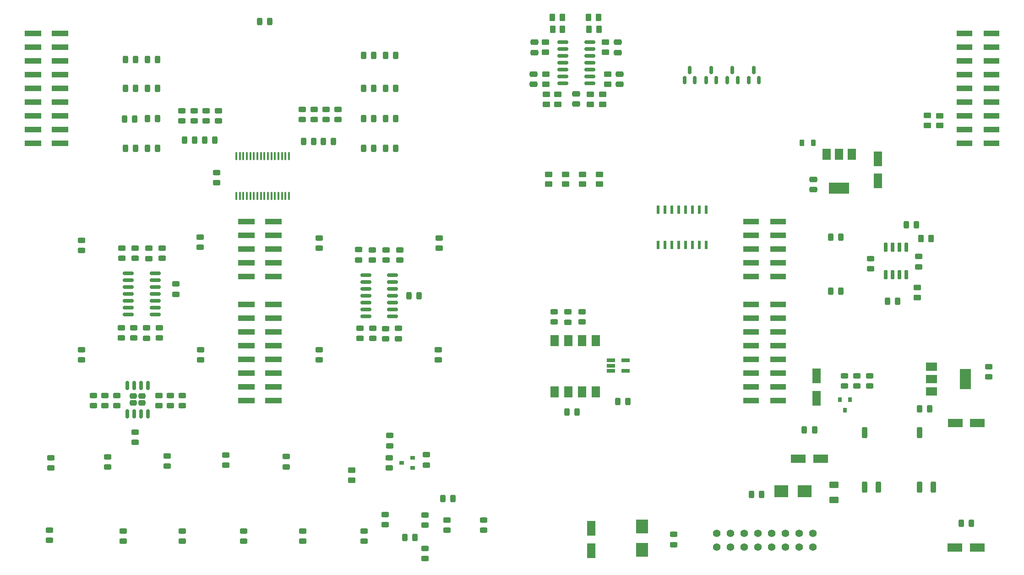
<source format=gtp>
G04 #@! TF.GenerationSoftware,KiCad,Pcbnew,(6.0.10)*
G04 #@! TF.CreationDate,2023-01-30T20:43:58+00:00*
G04 #@! TF.ProjectId,fjol-daisy,666a6f6c-2d64-4616-9973-792e6b696361,rev?*
G04 #@! TF.SameCoordinates,Original*
G04 #@! TF.FileFunction,Paste,Top*
G04 #@! TF.FilePolarity,Positive*
%FSLAX46Y46*%
G04 Gerber Fmt 4.6, Leading zero omitted, Abs format (unit mm)*
G04 Created by KiCad (PCBNEW (6.0.10)) date 2023-01-30 20:43:58*
%MOMM*%
%LPD*%
G01*
G04 APERTURE LIST*
G04 Aperture macros list*
%AMRoundRect*
0 Rectangle with rounded corners*
0 $1 Rounding radius*
0 $2 $3 $4 $5 $6 $7 $8 $9 X,Y pos of 4 corners*
0 Add a 4 corners polygon primitive as box body*
4,1,4,$2,$3,$4,$5,$6,$7,$8,$9,$2,$3,0*
0 Add four circle primitives for the rounded corners*
1,1,$1+$1,$2,$3*
1,1,$1+$1,$4,$5*
1,1,$1+$1,$6,$7*
1,1,$1+$1,$8,$9*
0 Add four rect primitives between the rounded corners*
20,1,$1+$1,$2,$3,$4,$5,0*
20,1,$1+$1,$4,$5,$6,$7,0*
20,1,$1+$1,$6,$7,$8,$9,0*
20,1,$1+$1,$8,$9,$2,$3,0*%
G04 Aperture macros list end*
%ADD10RoundRect,0.250000X0.625000X-0.375000X0.625000X0.375000X-0.625000X0.375000X-0.625000X-0.375000X0*%
%ADD11RoundRect,0.243750X0.243750X0.456250X-0.243750X0.456250X-0.243750X-0.456250X0.243750X-0.456250X0*%
%ADD12RoundRect,0.150000X0.150000X-0.725000X0.150000X0.725000X-0.150000X0.725000X-0.150000X-0.725000X0*%
%ADD13RoundRect,0.137500X0.137500X-0.662500X0.137500X0.662500X-0.137500X0.662500X-0.137500X-0.662500X0*%
%ADD14RoundRect,0.150000X0.825000X0.150000X-0.825000X0.150000X-0.825000X-0.150000X0.825000X-0.150000X0*%
%ADD15RoundRect,0.243750X-0.456250X0.243750X-0.456250X-0.243750X0.456250X-0.243750X0.456250X0.243750X0*%
%ADD16RoundRect,0.250000X1.137500X0.550000X-1.137500X0.550000X-1.137500X-0.550000X1.137500X-0.550000X0*%
%ADD17RoundRect,0.243750X0.456250X-0.243750X0.456250X0.243750X-0.456250X0.243750X-0.456250X-0.243750X0*%
%ADD18RoundRect,0.250000X0.550000X-1.137500X0.550000X1.137500X-0.550000X1.137500X-0.550000X-1.137500X0*%
%ADD19RoundRect,0.243750X-0.243750X-0.456250X0.243750X-0.456250X0.243750X0.456250X-0.243750X0.456250X0*%
%ADD20RoundRect,0.250000X-0.550000X1.137500X-0.550000X-1.137500X0.550000X-1.137500X0.550000X1.137500X0*%
%ADD21R,2.500000X2.300000*%
%ADD22R,2.300000X2.500000*%
%ADD23R,1.560000X0.650000*%
%ADD24R,3.150000X1.000000*%
%ADD25R,3.000000X1.000000*%
%ADD26R,0.900000X0.800000*%
%ADD27R,1.500000X2.000000*%
%ADD28R,3.800000X2.000000*%
%ADD29R,2.000000X1.500000*%
%ADD30R,2.000000X3.800000*%
%ADD31R,1.600000X2.000000*%
%ADD32R,0.800000X0.900000*%
%ADD33RoundRect,0.250000X-1.137500X-0.550000X1.137500X-0.550000X1.137500X0.550000X-1.137500X0.550000X0*%
%ADD34RoundRect,0.100000X0.100000X-0.637500X0.100000X0.637500X-0.100000X0.637500X-0.100000X-0.637500X0*%
%ADD35RoundRect,0.250000X-0.395000X0.255000X-0.395000X-0.255000X0.395000X-0.255000X0.395000X0.255000X0*%
%ADD36RoundRect,0.150000X-0.150000X0.662500X-0.150000X-0.662500X0.150000X-0.662500X0.150000X0.662500X0*%
%ADD37RoundRect,0.250000X0.450000X-0.262500X0.450000X0.262500X-0.450000X0.262500X-0.450000X-0.262500X0*%
%ADD38RoundRect,0.150000X0.150000X-0.587500X0.150000X0.587500X-0.150000X0.587500X-0.150000X-0.587500X0*%
%ADD39RoundRect,0.250000X-0.450000X0.262500X-0.450000X-0.262500X0.450000X-0.262500X0.450000X0.262500X0*%
%ADD40RoundRect,0.250000X-0.262500X-0.450000X0.262500X-0.450000X0.262500X0.450000X-0.262500X0.450000X0*%
%ADD41RoundRect,0.250000X0.475000X-0.250000X0.475000X0.250000X-0.475000X0.250000X-0.475000X-0.250000X0*%
%ADD42RoundRect,0.250000X0.250000X-0.800000X0.250000X0.800000X-0.250000X0.800000X-0.250000X-0.800000X0*%
%ADD43RoundRect,0.218750X0.218750X0.381250X-0.218750X0.381250X-0.218750X-0.381250X0.218750X-0.381250X0*%
%ADD44RoundRect,0.250000X-0.475000X0.250000X-0.475000X-0.250000X0.475000X-0.250000X0.475000X0.250000X0*%
%ADD45RoundRect,0.150000X-0.825000X-0.150000X0.825000X-0.150000X0.825000X0.150000X-0.825000X0.150000X0*%
%ADD46RoundRect,0.250000X0.262500X0.450000X-0.262500X0.450000X-0.262500X-0.450000X0.262500X-0.450000X0*%
%ADD47C,1.422400*%
G04 APERTURE END LIST*
D10*
X243370100Y-146088100D03*
X243370100Y-143288100D03*
D11*
X261061200Y-129235200D03*
X259186200Y-129235200D03*
D12*
X252984000Y-104429000D03*
X254254000Y-104429000D03*
X255524000Y-104429000D03*
X256794000Y-104429000D03*
X256794000Y-99279000D03*
X255524000Y-99279000D03*
X254254000Y-99279000D03*
X252984000Y-99279000D03*
D13*
X210905000Y-98875000D03*
X212175000Y-98875000D03*
X213445000Y-98875000D03*
X214715000Y-98875000D03*
X215985000Y-98875000D03*
X217255000Y-98875000D03*
X218525000Y-98875000D03*
X219795000Y-98875000D03*
X219795000Y-92375000D03*
X218525000Y-92375000D03*
X217255000Y-92375000D03*
X215985000Y-92375000D03*
X214715000Y-92375000D03*
X213445000Y-92375000D03*
X212175000Y-92375000D03*
X210905000Y-92375000D03*
D14*
X161776838Y-112111780D03*
X161776838Y-110841780D03*
X161776838Y-109571780D03*
X161776838Y-108301780D03*
X161776838Y-107031780D03*
X161776838Y-105761780D03*
X161776838Y-104491780D03*
X156826838Y-104491780D03*
X156826838Y-105761780D03*
X156826838Y-107031780D03*
X156826838Y-108301780D03*
X156826838Y-109571780D03*
X156826838Y-110841780D03*
X156826838Y-112111780D03*
D15*
X272034000Y-121388900D03*
X272034000Y-123263900D03*
D16*
X269905500Y-131826000D03*
X265780500Y-131826000D03*
D17*
X245322000Y-124951500D03*
X245322000Y-123076500D03*
D16*
X240887500Y-138425000D03*
X236762500Y-138425000D03*
D18*
X198500000Y-155450000D03*
X198500000Y-151325000D03*
D15*
X108613438Y-126721180D03*
X108613438Y-128596180D03*
X120725938Y-126708680D03*
X120725938Y-128583680D03*
X259080000Y-101043500D03*
X259080000Y-102918500D03*
D17*
X250190000Y-103299500D03*
X250190000Y-101424500D03*
D11*
X239787500Y-133100000D03*
X237912500Y-133100000D03*
X255137500Y-109325000D03*
X253262500Y-109325000D03*
D15*
X116299638Y-114245379D03*
X116299638Y-116120379D03*
X113962838Y-114194580D03*
X113962838Y-116069580D03*
D17*
X158023372Y-101659313D03*
X158023372Y-99784313D03*
X114216838Y-101356046D03*
X114216838Y-99481046D03*
D15*
X121688438Y-106121180D03*
X121688438Y-107996180D03*
D11*
X166663438Y-108296180D03*
X164788438Y-108296180D03*
D15*
X158124972Y-114296180D03*
X158124972Y-116171180D03*
X160478705Y-114351578D03*
X160478705Y-116226578D03*
D17*
X160580305Y-101676246D03*
X160580305Y-99801246D03*
X119195238Y-101374512D03*
X119195238Y-99499512D03*
D19*
X171064338Y-145830280D03*
X172939338Y-145830280D03*
D20*
X251550000Y-82937500D03*
X251550000Y-87062500D03*
D15*
X129286000Y-85524100D03*
X129286000Y-87399100D03*
D19*
X194007500Y-129794000D03*
X195882500Y-129794000D03*
D21*
X237925000Y-144425000D03*
X233625000Y-144425000D03*
D22*
X207937100Y-155277600D03*
X207937100Y-150977600D03*
D23*
X202175000Y-120250000D03*
X202175000Y-121200000D03*
X202175000Y-122150000D03*
X204875000Y-122150000D03*
X204875000Y-120250000D03*
D24*
X134730589Y-94591180D03*
X139780589Y-94591180D03*
X134730589Y-97131180D03*
X139780589Y-97131180D03*
X134730589Y-99671180D03*
X139780589Y-99671180D03*
X134730589Y-102211180D03*
X139780589Y-102211180D03*
X134730589Y-104751180D03*
X139780589Y-104751180D03*
D25*
X233078100Y-94595000D03*
X228038100Y-94595000D03*
X233078100Y-97135000D03*
X228038100Y-97135000D03*
X233078100Y-99675000D03*
X228038100Y-99675000D03*
X233078100Y-102215000D03*
X228038100Y-102215000D03*
X233078100Y-104755000D03*
X228038100Y-104755000D03*
D11*
X230012500Y-145050000D03*
X228137500Y-145050000D03*
D17*
X213715600Y-154313100D03*
X213715600Y-152438100D03*
D19*
X137200938Y-57546180D03*
X139075938Y-57546180D03*
D15*
X171811338Y-149733780D03*
X171811338Y-151608780D03*
D17*
X178605838Y-151642280D03*
X178605838Y-149767280D03*
D15*
X167760038Y-155037780D03*
X167760038Y-156912780D03*
D11*
X165905000Y-153030000D03*
X164030000Y-153030000D03*
D26*
X165488438Y-140121180D03*
X165488438Y-138221180D03*
X163488438Y-139171180D03*
D19*
X203430900Y-127812800D03*
X205305900Y-127812800D03*
D15*
X194221100Y-111290100D03*
X194221100Y-113165100D03*
D17*
X196824600Y-113131600D03*
X196824600Y-111256600D03*
D15*
X249986800Y-123065300D03*
X249986800Y-124940300D03*
D19*
X242775500Y-97409000D03*
X244650500Y-97409000D03*
D15*
X126273372Y-118286280D03*
X126273372Y-120161280D03*
X130988438Y-137708680D03*
X130988438Y-139583680D03*
X104310838Y-118286280D03*
X104310838Y-120161280D03*
X142088438Y-138046180D03*
X142088438Y-139921180D03*
X148238438Y-97596180D03*
X148238438Y-99471180D03*
X145204838Y-151799280D03*
X145204838Y-153674280D03*
X104310838Y-98046180D03*
X104310838Y-99921180D03*
X122916338Y-151799280D03*
X122916338Y-153674280D03*
X118636438Y-114228446D03*
X118636438Y-116103446D03*
X111626038Y-114211513D03*
X111626038Y-116086513D03*
D17*
X155466438Y-101642380D03*
X155466438Y-99767380D03*
X111727638Y-101337580D03*
X111727638Y-99462580D03*
D15*
X148235905Y-118286280D03*
X148235905Y-120161280D03*
X111994338Y-151799280D03*
X111994338Y-153674280D03*
X170198438Y-118286280D03*
X170198438Y-120161280D03*
X170413438Y-97621180D03*
X170413438Y-99496180D03*
X156507838Y-151799280D03*
X156507838Y-153674280D03*
X126188438Y-97446180D03*
X126188438Y-99321180D03*
X134219338Y-151799280D03*
X134219338Y-153674280D03*
X155771238Y-114314646D03*
X155771238Y-116189646D03*
X162832438Y-114333112D03*
X162832438Y-116208112D03*
D17*
X163137238Y-101693179D03*
X163137238Y-99818179D03*
X116706038Y-101392978D03*
X116706038Y-99517978D03*
D19*
X160463438Y-63846180D03*
X162338438Y-63846180D03*
X156438438Y-63846180D03*
X158313438Y-63846180D03*
D17*
X167810838Y-150689780D03*
X167810838Y-148814780D03*
X98638438Y-140146180D03*
X98638438Y-138271180D03*
X98338438Y-153496180D03*
X98338438Y-151621180D03*
D19*
X160463438Y-69946180D03*
X162338438Y-69946180D03*
X156438438Y-69946180D03*
X158313438Y-69946180D03*
D17*
X167988438Y-139571180D03*
X167988438Y-137696180D03*
X161238438Y-136021180D03*
X161238438Y-134146180D03*
D14*
X117898338Y-111730780D03*
X117898338Y-110460780D03*
X117898338Y-109190780D03*
X117898338Y-107920780D03*
X117898338Y-106650780D03*
X117898338Y-105380780D03*
X117898338Y-104110780D03*
X112948338Y-104110780D03*
X112948338Y-105380780D03*
X112948338Y-106650780D03*
X112948338Y-107920780D03*
X112948338Y-109190780D03*
X112948338Y-110460780D03*
X112948338Y-111730780D03*
D27*
X246650000Y-82125000D03*
X244350000Y-82125000D03*
D28*
X244350000Y-88425000D03*
D27*
X242050000Y-82125000D03*
D29*
X261390600Y-121372600D03*
D30*
X267690600Y-123672600D03*
D29*
X261390600Y-123672600D03*
X261390600Y-125972600D03*
D31*
X191744600Y-126093100D03*
X194284600Y-126093100D03*
X196824600Y-126093100D03*
X199364600Y-126093100D03*
X199364600Y-116553100D03*
X196824600Y-116553100D03*
X194284600Y-116553100D03*
X191744600Y-116553100D03*
D32*
X246364800Y-127473200D03*
X244464800Y-127473200D03*
X245414800Y-129473200D03*
D17*
X247650000Y-124940300D03*
X247650000Y-123065300D03*
D19*
X160463438Y-75521180D03*
X162338438Y-75521180D03*
D11*
X158313438Y-75521180D03*
X156438438Y-75521180D03*
D33*
X265755100Y-154838400D03*
X269880100Y-154838400D03*
D19*
X266880100Y-150368000D03*
X268755100Y-150368000D03*
D20*
X240172000Y-123126500D03*
X240172000Y-127251500D03*
D24*
X134730589Y-109931180D03*
X139780589Y-109931180D03*
X134730589Y-112471180D03*
X139780589Y-112471180D03*
X134730589Y-115011180D03*
X139780589Y-115011180D03*
X134730589Y-117551180D03*
X139780589Y-117551180D03*
X134730589Y-120091180D03*
X139780589Y-120091180D03*
X134730589Y-122631180D03*
X139780589Y-122631180D03*
X134730589Y-125171180D03*
X139780589Y-125171180D03*
X134730589Y-127711180D03*
X139780589Y-127711180D03*
D25*
X233078100Y-109935000D03*
X228038100Y-109935000D03*
X233078100Y-112475000D03*
X228038100Y-112475000D03*
X233078100Y-115015000D03*
X228038100Y-115015000D03*
X233078100Y-117555000D03*
X228038100Y-117555000D03*
X233078100Y-120095000D03*
X228038100Y-120095000D03*
X233078100Y-122635000D03*
X228038100Y-122635000D03*
X233078100Y-125175000D03*
X228038100Y-125175000D03*
X233078100Y-127715000D03*
X228038100Y-127715000D03*
D24*
X100338838Y-80107780D03*
X95288838Y-80107780D03*
X100338838Y-77567780D03*
X95288838Y-77567780D03*
X100338838Y-75027780D03*
X95288838Y-75027780D03*
X100338838Y-72487780D03*
X95288838Y-72487780D03*
X100338838Y-69947780D03*
X95288838Y-69947780D03*
X100338838Y-67407780D03*
X95288838Y-67407780D03*
X100338838Y-64867780D03*
X95288838Y-64867780D03*
X100338838Y-62327780D03*
X95288838Y-62327780D03*
X100338838Y-59787780D03*
X95288838Y-59787780D03*
D25*
X267476600Y-80111600D03*
X272516600Y-80111600D03*
X267476600Y-77571600D03*
X272516600Y-77571600D03*
X267476600Y-75031600D03*
X272516600Y-75031600D03*
X267476600Y-72491600D03*
X272516600Y-72491600D03*
X267476600Y-69951600D03*
X272516600Y-69951600D03*
X267476600Y-67411600D03*
X272516600Y-67411600D03*
X267476600Y-64871600D03*
X272516600Y-64871600D03*
X267476600Y-62331600D03*
X272516600Y-62331600D03*
X267476600Y-59791600D03*
X272516600Y-59791600D03*
D17*
X161213438Y-140096180D03*
X161213438Y-138221180D03*
X160394038Y-150613580D03*
X160394038Y-148738580D03*
X191681100Y-113131600D03*
X191681100Y-111256600D03*
D19*
X242775500Y-107442000D03*
X244650500Y-107442000D03*
D11*
X258637500Y-95200000D03*
X256762500Y-95200000D03*
D19*
X148963438Y-79746180D03*
X150838438Y-79746180D03*
D11*
X147188438Y-79746180D03*
X145313438Y-79746180D03*
D19*
X127063438Y-79496180D03*
X128938438Y-79496180D03*
D11*
X125163438Y-79496180D03*
X123288438Y-79496180D03*
D17*
X151688438Y-75696180D03*
X151688438Y-73821180D03*
X149488438Y-75696180D03*
X149488438Y-73821180D03*
X147288438Y-75696180D03*
X147288438Y-73821180D03*
D15*
X145088438Y-73821180D03*
X145088438Y-75696180D03*
D17*
X129588438Y-75946180D03*
X129588438Y-74071180D03*
X127338438Y-75946180D03*
X127338438Y-74071180D03*
X125088438Y-75946180D03*
X125088438Y-74071180D03*
D15*
X122838438Y-74071180D03*
X122838438Y-75946180D03*
D19*
X160463438Y-81046180D03*
X162338438Y-81046180D03*
D11*
X158313438Y-81046180D03*
X156438438Y-81046180D03*
D17*
X106463438Y-128596180D03*
X106463438Y-126721180D03*
D15*
X109113438Y-138083680D03*
X109113438Y-139958680D03*
D17*
X122863438Y-128583680D03*
X122863438Y-126708680D03*
D15*
X120100938Y-137933680D03*
X120100938Y-139808680D03*
X110763438Y-126721180D03*
X110763438Y-128596180D03*
X118588438Y-126708680D03*
X118588438Y-128583680D03*
D11*
X114263438Y-64571180D03*
X112388438Y-64571180D03*
X118363438Y-64571180D03*
X116488438Y-64571180D03*
X114263438Y-69946180D03*
X112388438Y-69946180D03*
X118363438Y-69946180D03*
X116488438Y-69946180D03*
X114069100Y-75590400D03*
X112194100Y-75590400D03*
X118363438Y-75521180D03*
X116488438Y-75521180D03*
X114263438Y-81046180D03*
X112388438Y-81046180D03*
X118363438Y-81046180D03*
X116488438Y-81046180D03*
D34*
X132894600Y-89869300D03*
X133544600Y-89869300D03*
X134194600Y-89869300D03*
X134844600Y-89869300D03*
X135494600Y-89869300D03*
X136144600Y-89869300D03*
X136794600Y-89869300D03*
X137444600Y-89869300D03*
X138094600Y-89869300D03*
X138744600Y-89869300D03*
X139394600Y-89869300D03*
X140044600Y-89869300D03*
X140694600Y-89869300D03*
X141344600Y-89869300D03*
X141994600Y-89869300D03*
X142644600Y-89869300D03*
X142644600Y-82444300D03*
X141994600Y-82444300D03*
X141344600Y-82444300D03*
X140694600Y-82444300D03*
X140044600Y-82444300D03*
X139394600Y-82444300D03*
X138744600Y-82444300D03*
X138094600Y-82444300D03*
X137444600Y-82444300D03*
X136794600Y-82444300D03*
X136144600Y-82444300D03*
X135494600Y-82444300D03*
X134844600Y-82444300D03*
X134194600Y-82444300D03*
X133544600Y-82444300D03*
X132894600Y-82444300D03*
D17*
X114188438Y-135396180D03*
X114188438Y-133521180D03*
D35*
X113863438Y-126866180D03*
X115463438Y-126866180D03*
X113863438Y-128126180D03*
X115463438Y-128126180D03*
D36*
X116568438Y-124858680D03*
X115298438Y-124858680D03*
X114028438Y-124858680D03*
X112758438Y-124858680D03*
X112758438Y-130133680D03*
X114028438Y-130133680D03*
X115298438Y-130133680D03*
X116568438Y-130133680D03*
D37*
X262925000Y-76812500D03*
X262925000Y-74987500D03*
D38*
X219725000Y-68412500D03*
X221625000Y-68412500D03*
X220675000Y-66537500D03*
D39*
X190075000Y-61417500D03*
X190075000Y-63242500D03*
D40*
X198025000Y-56825000D03*
X199850000Y-56825000D03*
X259512500Y-97700000D03*
X261337500Y-97700000D03*
D37*
X201525000Y-69142500D03*
X201525000Y-67317500D03*
D39*
X190175000Y-71062500D03*
X190175000Y-72887500D03*
X200600000Y-71062500D03*
X200600000Y-72887500D03*
X198325000Y-71062500D03*
X198325000Y-72887500D03*
D37*
X258800000Y-108587500D03*
X258800000Y-106762500D03*
D39*
X193808333Y-85837500D03*
X193808333Y-87662500D03*
D37*
X190125000Y-69142500D03*
X190125000Y-67317500D03*
D39*
X190675000Y-85837500D03*
X190675000Y-87662500D03*
D41*
X187850000Y-69200000D03*
X187850000Y-67300000D03*
X195725000Y-72825000D03*
X195725000Y-70925000D03*
D40*
X198087500Y-59025000D03*
X199912500Y-59025000D03*
D38*
X215775000Y-68412500D03*
X217675000Y-68412500D03*
X216725000Y-66537500D03*
D39*
X196941666Y-85837500D03*
X196941666Y-87662500D03*
D41*
X203750000Y-69200000D03*
X203750000Y-67300000D03*
D37*
X154200000Y-142405000D03*
X154200000Y-140580000D03*
D39*
X260625000Y-74962500D03*
X260625000Y-76787500D03*
D42*
X249047000Y-143713200D03*
X251587000Y-143713200D03*
X259207000Y-143713200D03*
X261747000Y-143713200D03*
X259207000Y-133613200D03*
X249047000Y-133613200D03*
D39*
X200075000Y-85837500D03*
X200075000Y-87662500D03*
X201150000Y-61417500D03*
X201150000Y-63242500D03*
D43*
X239562500Y-79975000D03*
X237437500Y-79975000D03*
D44*
X203425000Y-61400000D03*
X203425000Y-63300000D03*
D41*
X239550000Y-88650000D03*
X239550000Y-86750000D03*
D45*
X193300000Y-61415000D03*
X193300000Y-62685000D03*
X193300000Y-63955000D03*
X193300000Y-65225000D03*
X193300000Y-66495000D03*
X193300000Y-67765000D03*
X193300000Y-69035000D03*
X198250000Y-69035000D03*
X198250000Y-67765000D03*
X198250000Y-66495000D03*
X198250000Y-65225000D03*
X198250000Y-63955000D03*
X198250000Y-62685000D03*
X198250000Y-61415000D03*
D38*
X223675000Y-68412500D03*
X225575000Y-68412500D03*
X224625000Y-66537500D03*
X227625000Y-68412500D03*
X229525000Y-68412500D03*
X228575000Y-66537500D03*
D46*
X193187500Y-59025000D03*
X191362500Y-59025000D03*
X193137500Y-56825000D03*
X191312500Y-56825000D03*
D39*
X192300000Y-71062500D03*
X192300000Y-72887500D03*
D44*
X188025000Y-61400000D03*
X188025000Y-63300000D03*
D47*
X221698404Y-152196800D03*
X221698404Y-154736800D03*
X224238404Y-152196800D03*
X224238404Y-154736800D03*
X226778404Y-152196800D03*
X226778404Y-154736800D03*
X229318404Y-152196800D03*
X229318404Y-154736800D03*
X231858404Y-152196800D03*
X231858404Y-154736800D03*
X234398404Y-152196800D03*
X234398404Y-154736800D03*
X236938404Y-152196800D03*
X236938404Y-154736800D03*
X239478404Y-152196800D03*
X239478404Y-154736800D03*
M02*

</source>
